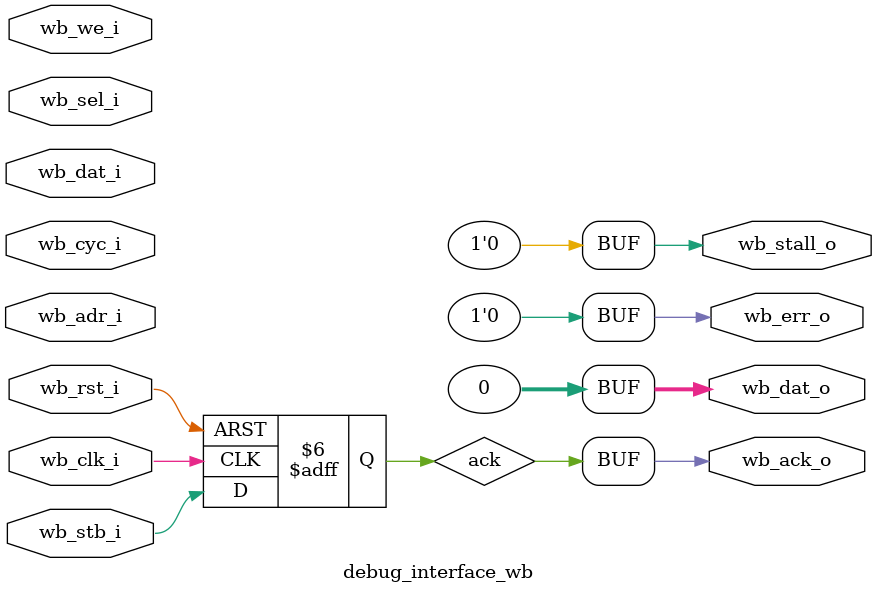
<source format=v>
module debug_interface_wb(input         wb_cyc_i,
                          input         wb_stb_i,
                          input         wb_we_i,
                          input [31:0]  wb_adr_i,
                          input [31:0]  wb_dat_i,
                          input [3:0]   wb_sel_i,
                          output        wb_stall_o,
                          output        wb_ack_o,
                          output [31:0] wb_dat_o,
                          output        wb_err_o,
                          input         wb_rst_i,
                          input         wb_clk_i);

assign wb_stall_o = 1'b0;
assign wb_dat_o = 32'b0;
assign wb_err_o = 1'b0;
reg ack;
always @(posedge wb_clk_i or posedge wb_rst_i) 
begin
    if(wb_rst_i)
        ack <= 1'b0;
    else
        ack <= wb_stb_i;  
end
assign wb_ack_o = ack;

always @(posedge wb_clk_i or posedge wb_rst_i)
begin
	if(wb_rst_i) begin end

	else
	begin
		if(wb_cyc_i && wb_stb_i && wb_we_i)
		begin
			if(wb_dat_i == 32'b1)
			begin
				$display("Success!");
				//$finish;
			end
				
			else
			begin
				$display("Failure!");
				//$finish;
			end
		end
	end
end

endmodule

</source>
